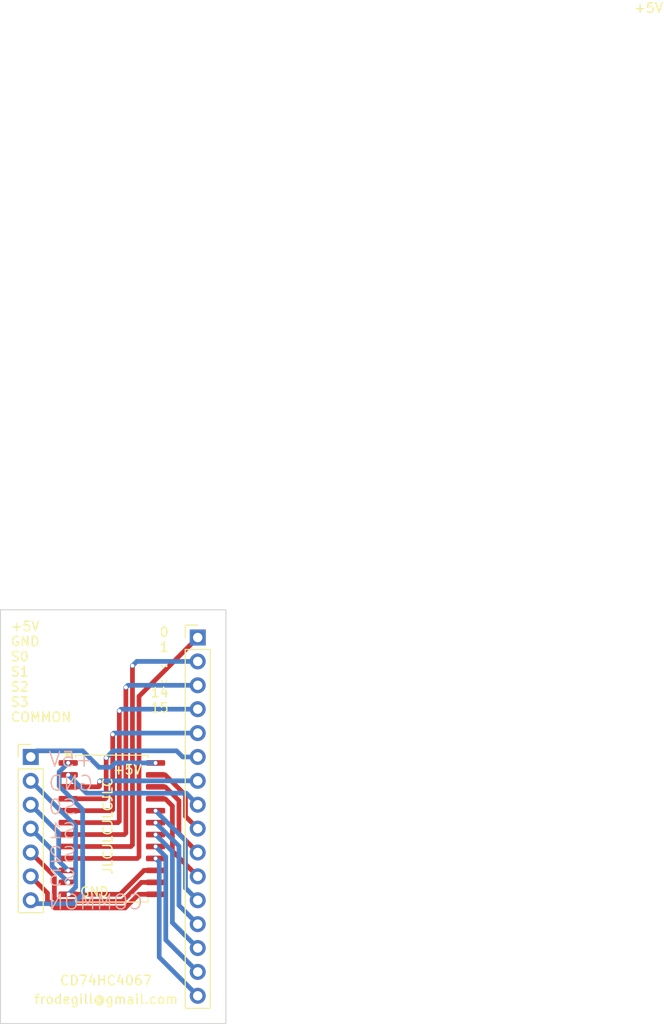
<source format=kicad_pcb>
(kicad_pcb (version 20240108) (generator "pcbnew") (generator_version "8.0")
  (layers (0 "F.Cu" signal) (31 "B.Cu" signal) (34 "B.Paste" user) (35 "F.Paste" user) (36 "B.SilkS" user "B.Silkscreen") (37 "F.SilkS" user "F.Silkscreen") (38 "B.Mask" user) (39 "F.Mask" user) (44 "Edge.Cuts" user))
  (net 0 "")
  (net 1 "+5V")
  (net 2 "Net-(J1-Pin_7)")
  (net 3 "Net-(J1-Pin_5)")
  (net 4 "Net-(J1-Pin_4)")
  (net 5 "Net-(J2-Pin_14)")
  (net 6 "Net-(J2-Pin_11)")
  (net 7 "Net-(J2-Pin_7)")
  (net 8 "Net-(J2-Pin_5)")
  (net 9 "Net-(J2-Pin_13)")
  (net 10 "Net-(J2-Pin_9)")
  (net 11 "Net-(J2-Pin_16)")
  (net 12 "Net-(J2-Pin_15)")
  (net 13 "Net-(J2-Pin_1)")
  (net 14 "Net-(J2-Pin_2)")
  (net 15 "Net-(J2-Pin_4)")
  (net 16 "Net-(J2-Pin_12)")
  (net 17 "Net-(J2-Pin_6)")
  (net 18 "Net-(J2-Pin_10)")
  (net 19 "Net-(J2-Pin_8)")
  (net 20 "GND")
  (net 21 "Net-(J2-Pin_3)")
  (net 22 "Net-(J1-Pin_3)")
  (net 23 "Net-(J1-Pin_6)")
  (footprint "Connector_PinHeader_2.54mm:PinHeader_1x16_P2.54mm_Vertical" (layer "F.Cu") (at 142 77.95)
    (property "Reference" "J2" (hide yes))
    (property "Value" "Conn_01x16_Pin" (hide yes))
    (fp_line (start -1.33 -1.33) (end 0 -1.33) (stroke (width 0.12)) (layer "F.SilkS"))
    (fp_line (start -1.33 0) (end -1.33 -1.33) (stroke (width 0.12)) (layer "F.SilkS"))
    (fp_line (start -1.33 1.27) (end -1.33 39.43) (stroke (width 0.12)) (layer "F.SilkS"))
    (fp_line (start -1.33 1.27) (end 1.33 1.27) (stroke (width 0.12)) (layer "F.SilkS"))
    (fp_line (start -1.33 39.43) (end 1.33 39.43) (stroke (width 0.12)) (layer "F.SilkS"))
    (fp_line (start 1.33 1.27) (end 1.33 39.43) (stroke (width 0.12)) (layer "F.SilkS"))
    (pad "1" thru_hole rect (at 0 0) (size 1.7 1.7) (drill 1) (layers "*.Cu" "*.Mask") (net 13 "Net-(J2-Pin_1)"))
    (pad "2" thru_hole oval (at 0 2.54) (size 1.7 1.7) (drill 1) (layers "*.Cu" "*.Mask") (net 14 "Net-(J2-Pin_2)"))
    (pad "3" thru_hole oval (at 0 5.08) (size 1.7 1.7) (drill 1) (layers "*.Cu" "*.Mask") (net 21 "Net-(J2-Pin_3)"))
    (pad "4" thru_hole oval (at 0 7.62) (size 1.7 1.7) (drill 1) (layers "*.Cu" "*.Mask") (net 15 "Net-(J2-Pin_4)"))
    (pad "5" thru_hole oval (at 0 10.16) (size 1.7 1.7) (drill 1) (layers "*.Cu" "*.Mask") (net 8 "Net-(J2-Pin_5)"))
    (pad "6" thru_hole oval (at 0 12.7) (size 1.7 1.7) (drill 1) (layers "*.Cu" "*.Mask") (net 17 "Net-(J2-Pin_6)"))
    (pad "7" thru_hole oval (at 0 15.24) (size 1.7 1.7) (drill 1) (layers "*.Cu" "*.Mask") (net 7 "Net-(J2-Pin_7)"))
    (pad "8" thru_hole oval (at 0 17.78) (size 1.7 1.7) (drill 1) (layers "*.Cu" "*.Mask") (net 19 "Net-(J2-Pin_8)"))
    (pad "9" thru_hole oval (at 0 20.32) (size 1.7 1.7) (drill 1) (layers "*.Cu" "*.Mask") (net 10 "Net-(J2-Pin_9)"))
    (pad "10" thru_hole oval (at 0 22.86) (size 1.7 1.7) (drill 1) (layers "*.Cu" "*.Mask") (net 18 "Net-(J2-Pin_10)"))
    (pad "11" thru_hole oval (at 0 25.4) (size 1.7 1.7) (drill 1) (layers "*.Cu" "*.Mask") (net 6 "Net-(J2-Pin_11)"))
    (pad "12" thru_hole oval (at 0 27.94) (size 1.7 1.7) (drill 1) (layers "*.Cu" "*.Mask") (net 16 "Net-(J2-Pin_12)"))
    (pad "13" thru_hole oval (at 0 30.48) (size 1.7 1.7) (drill 1) (layers "*.Cu" "*.Mask") (net 9 "Net-(J2-Pin_13)"))
    (pad "14" thru_hole oval (at 0 33.02) (size 1.7 1.7) (drill 1) (layers "*.Cu" "*.Mask") (net 5 "Net-(J2-Pin_14)"))
    (pad "15" thru_hole oval (at 0 35.56) (size 1.7 1.7) (drill 1) (layers "*.Cu" "*.Mask") (net 12 "Net-(J2-Pin_15)"))
    (pad "16" thru_hole oval (at 0 38.1) (size 1.7 1.7) (drill 1) (layers "*.Cu" "*.Mask") (net 11 "Net-(J2-Pin_16)"))
  )
  (footprint "Package_SO:SOIC-24W_7.5x15.4mm_P1.27mm" (layer "F.Cu") (at 132.86 98.27)
    (property "Reference" "U1" (hide yes))
    (property "Value" "CD74HC4067M" (hide yes))
    (fp_line (start -3.86 -7.81) (end -3.86 -7.545) (stroke (width 0.12)) (layer "F.SilkS"))
    (fp_line (start -3.86 7.81) (end -3.86 7.545) (stroke (width 0.12)) (layer "F.SilkS"))
    (fp_line (start 0 -7.81) (end -3.86 -7.81) (stroke (width 0.12)) (layer "F.SilkS"))
    (fp_line (start 0 -7.81) (end 3.86 -7.81) (stroke (width 0.12)) (layer "F.SilkS"))
    (fp_line (start 0 7.81) (end -3.86 7.81) (stroke (width 0.12)) (layer "F.SilkS"))
    (fp_line (start 0 7.81) (end 3.86 7.81) (stroke (width 0.12)) (layer "F.SilkS"))
    (fp_line (start 3.86 -7.81) (end 3.86 -7.545) (stroke (width 0.12)) (layer "F.SilkS"))
    (fp_line (start 3.86 7.81) (end 3.86 7.545) (stroke (width 0.12)) (layer "F.SilkS"))
    (fp_poly (pts (xy -4.7125 -7.545) (xy -5.0525 -8.015) (xy -4.3725 -8.015) (xy -4.7125 -7.545)) (stroke (width 0.12)) (fill solid) (layer "F.SilkS"))
    (pad "1" smd roundrect (at -4.65 -6.985) (size 2.05 0.6) (layers "F.Cu" "F.Paste" "F.Mask") (net 2 "Net-(J1-Pin_7)"))
    (pad "2" smd roundrect (at -4.65 -5.715) (size 2.05 0.6) (layers "F.Cu" "F.Paste" "F.Mask") (net 19 "Net-(J2-Pin_8)"))
    (pad "3" smd roundrect (at -4.65 -4.445) (size 2.05 0.6) (layers "F.Cu" "F.Paste" "F.Mask") (net 7 "Net-(J2-Pin_7)"))
    (pad "4" smd roundrect (at -4.65 -3.175) (size 2.05 0.6) (layers "F.Cu" "F.Paste" "F.Mask") (net 17 "Net-(J2-Pin_6)"))
    (pad "5" smd roundrect (at -4.65 -1.905) (size 2.05 0.6) (layers "F.Cu" "F.Paste" "F.Mask") (net 8 "Net-(J2-Pin_5)"))
    (pad "6" smd roundrect (at -4.65 -0.635) (size 2.05 0.6) (layers "F.Cu" "F.Paste" "F.Mask") (net 15 "Net-(J2-Pin_4)"))
    (pad "7" smd roundrect (at -4.65 0.635) (size 2.05 0.6) (layers "F.Cu" "F.Paste" "F.Mask") (net 21 "Net-(J2-Pin_3)"))
    (pad "8" smd roundrect (at -4.65 1.905) (size 2.05 0.6) (layers "F.Cu" "F.Paste" "F.Mask") (net 14 "Net-(J2-Pin_2)"))
    (pad "9" smd roundrect (at -4.65 3.175) (size 2.05 0.6) (layers "F.Cu" "F.Paste" "F.Mask") (net 13 "Net-(J2-Pin_1)"))
    (pad "10" smd roundrect (at -4.65 4.445) (size 2.05 0.6) (layers "F.Cu" "F.Paste" "F.Mask") (net 22 "Net-(J1-Pin_3)"))
    (pad "11" smd roundrect (at -4.65 5.715) (size 2.05 0.6) (layers "F.Cu" "F.Paste" "F.Mask") (net 4 "Net-(J1-Pin_4)"))
    (pad "12" smd roundrect (at -4.65 6.985) (size 2.05 0.6) (layers "F.Cu" "F.Paste" "F.Mask") (net 20 "GND"))
    (pad "13" smd roundrect (at 4.65 6.985) (size 2.05 0.6) (layers "F.Cu" "F.Paste" "F.Mask") (net 23 "Net-(J1-Pin_6)"))
    (pad "14" smd roundrect (at 4.65 5.715) (size 2.05 0.6) (layers "F.Cu" "F.Paste" "F.Mask") (net 3 "Net-(J1-Pin_5)"))
    (pad "15" smd roundrect (at 4.65 4.445) (size 2.05 0.6) (layers "F.Cu" "F.Paste" "F.Mask") (net 20 "GND"))
    (pad "16" smd roundrect (at 4.65 3.175) (size 2.05 0.6) (layers "F.Cu" "F.Paste" "F.Mask") (net 11 "Net-(J2-Pin_16)"))
    (pad "17" smd roundrect (at 4.65 1.905) (size 2.05 0.6) (layers "F.Cu" "F.Paste" "F.Mask") (net 12 "Net-(J2-Pin_15)"))
    (pad "18" smd roundrect (at 4.65 0.635) (size 2.05 0.6) (layers "F.Cu" "F.Paste" "F.Mask") (net 5 "Net-(J2-Pin_14)"))
    (pad "19" smd roundrect (at 4.65 -0.635) (size 2.05 0.6) (layers "F.Cu" "F.Paste" "F.Mask") (net 9 "Net-(J2-Pin_13)"))
    (pad "20" smd roundrect (at 4.65 -1.905) (size 2.05 0.6) (layers "F.Cu" "F.Paste" "F.Mask") (net 16 "Net-(J2-Pin_12)"))
    (pad "21" smd roundrect (at 4.65 -3.175) (size 2.05 0.6) (layers "F.Cu" "F.Paste" "F.Mask") (net 6 "Net-(J2-Pin_11)"))
    (pad "22" smd roundrect (at 4.65 -4.445) (size 2.05 0.6) (layers "F.Cu" "F.Paste" "F.Mask") (net 18 "Net-(J2-Pin_10)"))
    (pad "23" smd roundrect (at 4.65 -5.715) (size 2.05 0.6) (layers "F.Cu" "F.Paste" "F.Mask") (net 10 "Net-(J2-Pin_9)"))
    (pad "24" smd roundrect (at 4.65 -6.985) (size 2.05 0.6) (layers "F.Cu" "F.Paste" "F.Mask") (net 1 "+5V"))
  )
  (footprint "Connector_PinHeader_2.54mm:PinHeader_1x07_P2.54mm_Vertical" (layer "F.Cu") (at 124.22 90.65)
    (property "Reference" "J1" (hide yes))
    (property "Value" "Conn_01x07_Pin" (hide yes))
    (fp_line (start -1.33 -1.33) (end 0 -1.33) (stroke (width 0.12)) (layer "F.SilkS"))
    (fp_line (start -1.33 0) (end -1.33 -1.33) (stroke (width 0.12)) (layer "F.SilkS"))
    (fp_line (start -1.33 1.27) (end -1.33 16.57) (stroke (width 0.12)) (layer "F.SilkS"))
    (fp_line (start -1.33 1.27) (end 1.33 1.27) (stroke (width 0.12)) (layer "F.SilkS"))
    (fp_line (start -1.33 16.57) (end 1.33 16.57) (stroke (width 0.12)) (layer "F.SilkS"))
    (fp_line (start 1.33 1.27) (end 1.33 16.57) (stroke (width 0.12)) (layer "F.SilkS"))
    (pad "1" thru_hole rect (at 0 0) (size 1.7 1.7) (drill 1) (layers "*.Cu" "*.Mask") (net 1 "+5V"))
    (pad "2" thru_hole oval (at 0 2.54) (size 1.7 1.7) (drill 1) (layers "*.Cu" "*.Mask") (net 20 "GND"))
    (pad "3" thru_hole oval (at 0 5.08) (size 1.7 1.7) (drill 1) (layers "*.Cu" "*.Mask") (net 22 "Net-(J1-Pin_3)"))
    (pad "4" thru_hole oval (at 0 7.62) (size 1.7 1.7) (drill 1) (layers "*.Cu" "*.Mask") (net 4 "Net-(J1-Pin_4)"))
    (pad "5" thru_hole oval (at 0 10.16) (size 1.7 1.7) (drill 1) (layers "*.Cu" "*.Mask") (net 3 "Net-(J1-Pin_5)"))
    (pad "6" thru_hole oval (at 0 12.7) (size 1.7 1.7) (drill 1) (layers "*.Cu" "*.Mask") (net 23 "Net-(J1-Pin_6)"))
    (pad "7" thru_hole oval (at 0 15.24) (size 1.7 1.7) (drill 1) (layers "*.Cu" "*.Mask") (net 2 "Net-(J1-Pin_7)"))
  )
  (gr_line (start 145 119) (end 121 119) (stroke (width 0.1)) (layer "Edge.Cuts"))
  (gr_line (start 145 75) (end 145 119) (stroke (width 0.1)) (layer "Edge.Cuts"))
  (gr_line (start 121 75) (end 145 75) (stroke (width 0.1)) (layer "Edge.Cuts"))
  (gr_line (start 121 119) (end 121 75) (stroke (width 0.1)) (layer "Edge.Cuts"))
  (gr_text "+5V\nGND\nS0\nS1\nS2\nS3\nCOMMON" (at 126 107 0) (layer "B.SilkS") (effects (font (size 1.57 1.57)) (justify right bottom mirror)))
  (gr_text "+5V" (at 190 11 0) (layer "F.SilkS") (effects (font (size 1 1))))
  (gr_text "JLCJLCJLCJLC" (at 133 103.25 90) (layer "F.SilkS") (effects (font (size 1 1)) (justify left bottom)))
  (gr_text "GND" (at 131 105 0) (layer "F.SilkS") (effects (font (size 1 1))))
  (gr_text "+5V" (at 134.5 92 0) (layer "F.SilkS") (effects (font (size 1 1))))
  (gr_text "+5V\nGND\nS0\nS1\nS2\nS3\nCOMMON" (at 122 87 0) (layer "F.SilkS") (effects (font (size 1 1)) (justify left bottom)))
  (gr_text "0\n1\n..\n..\n14\n15" (at 139 86 0) (layer "F.SilkS") (effects (font (size 1 1)) (justify right bottom)))
  (gr_text "frodegill@gmail.com" (at 124.5 117 0) (layer "F.SilkS") (effects (font (size 1 1)) (justify left bottom)))
  (gr_text "CD74HC4067" (at 127.25 115 0) (layer "F.SilkS") (effects (font (size 1 1)) (justify left bottom)))
  (via (at 137.51 91.285) (size 0.5) (drill 0.4) (layers "F.Cu" "B.Cu") (net 1))
  (segment (start 131.5 91.75) (end 129.75 90) (width 0.5) (layer "B.Cu") (net 1))
  (segment (start 133.215 91.285) (end 132.75 91.75) (width 0.5) (layer "B.Cu") (net 1))
  (segment (start 137.51 91.285) (end 133.215 91.285) (width 0.5) (layer "B.Cu") (net 1))
  (segment (start 129.75 90) (end 124.87 90) (width 0.5) (layer "B.Cu") (net 1))
  (segment (start 132.75 91.75) (end 131.5 91.75) (width 0.5) (layer "B.Cu") (net 1))
  (segment (start 124.87 90) (end 124.22 90.65) (width 0.5) (layer "B.Cu") (net 1))
  (via (at 128.21 91.285) (size 0.5) (drill 0.4) (layers "F.Cu" "B.Cu") (net 2))
  (segment (start 124.58 106.25) (end 128.75 106.25) (width 0.5) (layer "B.Cu") (net 2))
  (segment (start 124.22 105.89) (end 124.58 106.25) (width 0.5) (layer "B.Cu") (net 2))
  (segment (start 129.75 96.25) (end 127.25 93.75) (width 0.5) (layer "B.Cu") (net 2))
  (segment (start 127.25 92.245) (end 128.21 91.285) (width 0.5) (layer "B.Cu") (net 2))
  (segment (start 127.25 93.75) (end 127.25 92.245) (width 0.5) (layer "B.Cu") (net 2))
  (segment (start 128.75 106.25) (end 129.75 105.25) (width 0.5) (layer "B.Cu") (net 2))
  (segment (start 129.75 105.25) (end 129.75 96.25) (width 0.5) (layer "B.Cu") (net 2))
  (segment (start 127.082316 106.005) (end 126.735 105.657684) (width 0.5) (layer "F.Cu") (net 3))
  (segment (start 126.735 105.657684) (end 126.735 103.325) (width 0.5) (layer "F.Cu") (net 3))
  (segment (start 133.98495 106.005) (end 127.082316 106.005) (width 0.5) (layer "F.Cu") (net 3))
  (segment (start 137.51 103.985) (end 136.00495 103.985) (width 0.5) (layer "F.Cu") (net 3))
  (segment (start 126.735 103.325) (end 124.22 100.81) (width 0.5) (layer "F.Cu") (net 3))
  (segment (start 136.00495 103.985) (end 133.98495 106.005) (width 0.5) (layer "F.Cu") (net 3))
  (via (at 128.21 103.985) (size 0.5) (drill 0.4) (layers "F.Cu" "B.Cu") (net 4))
  (segment (start 128.21 103.985) (end 126.5 102.275) (width 0.5) (layer "B.Cu") (net 4))
  (segment (start 126.5 102.275) (end 126.5 100.55) (width 0.5) (layer "B.Cu") (net 4))
  (segment (start 126.5 100.55) (end 124.22 98.27) (width 0.5) (layer "B.Cu") (net 4))
  (via (at 137.51 98.905) (size 0.5) (drill 0.4) (layers "F.Cu" "B.Cu") (net 5))
  (segment (start 139.3 108.27) (end 142 110.97) (width 0.5) (layer "B.Cu") (net 5))
  (segment (start 137.51 98.905) (end 139.3 100.695) (width 0.5) (layer "B.Cu") (net 5))
  (segment (start 139.3 100.695) (end 139.3 108.27) (width 0.5) (layer "B.Cu") (net 5))
  (segment (start 139.3 95.860001) (end 139.3 100.65) (width 0.5) (layer "F.Cu") (net 6))
  (segment (start 137.51 95.095) (end 138.534999 95.095) (width 0.5) (layer "F.Cu") (net 6))
  (segment (start 138.534999 95.095) (end 139.3 95.860001) (width 0.5) (layer "F.Cu") (net 6))
  (segment (start 139.3 100.65) (end 142 103.35) (width 0.5) (layer "F.Cu") (net 6))
  (segment (start 128.21 93.825) (end 131.475 93.825) (width 0.5) (layer "F.Cu") (net 7))
  (segment (start 131.475 93.825) (end 131.55 93.75) (width 0.5) (layer "F.Cu") (net 7))
  (segment (start 131.55 93.75) (end 131.55 93.25) (width 0.5) (layer "F.Cu") (net 7))
  (via (at 131.55 93.25) (size 0.5) (drill 0.4) (layers "F.Cu" "B.Cu") (net 7))
  (segment (start 131.55 93.25) (end 131.61 93.19) (width 0.5) (layer "B.Cu") (net 7))
  (segment (start 131.61 93.19) (end 142 93.19) (width 0.5) (layer "B.Cu") (net 7))
  (segment (start 128.21 96.365) (end 132.835 96.365) (width 0.5) (layer "F.Cu") (net 8))
  (segment (start 132.835 96.365) (end 132.95 96.25) (width 0.5) (layer "F.Cu") (net 8))
  (segment (start 132.95 96.25) (end 132.95 88.25) (width 0.5) (layer "F.Cu") (net 8))
  (via (at 132.95 88.25) (size 0.5) (drill 0.4) (layers "F.Cu" "B.Cu") (net 8))
  (segment (start 133.09 88.11) (end 142 88.11) (width 0.5) (layer "B.Cu") (net 8))
  (segment (start 132.95 88.25) (end 133.09 88.11) (width 0.5) (layer "B.Cu") (net 8))
  (via (at 137.51 97.635) (size 0.5) (drill 0.4) (layers "F.Cu" "B.Cu") (net 9))
  (segment (start 137.51 97.635) (end 140 100.125) (width 0.5) (layer "B.Cu") (net 9))
  (segment (start 140 100.125) (end 140 106.43) (width 0.5) (layer "B.Cu") (net 9))
  (segment (start 140 106.43) (end 142 108.43) (width 0.5) (layer "B.Cu") (net 9))
  (segment (start 140.7 94.720001) (end 140.7 96.97) (width 0.5) (layer "F.Cu") (net 10))
  (segment (start 140.7 96.97) (end 142 98.27) (width 0.5) (layer "F.Cu") (net 10))
  (segment (start 137.51 92.555) (end 138.534999 92.555) (width 0.5) (layer "F.Cu") (net 10))
  (segment (start 138.534999 92.555) (end 140.7 94.720001) (width 0.5) (layer "F.Cu") (net 10))
  (via (at 137.51 101.445) (size 0.5) (drill 0.4) (layers "F.Cu" "B.Cu") (net 11))
  (segment (start 137.9 111.95) (end 142 116.05) (width 0.5) (layer "B.Cu") (net 11))
  (segment (start 137.9 101.835) (end 137.9 111.95) (width 0.5) (layer "B.Cu") (net 11))
  (segment (start 137.51 101.445) (end 137.9 101.835) (width 0.5) (layer "B.Cu") (net 11))
  (via (at 137.51 100.175) (size 0.5) (drill 0.4) (layers "F.Cu" "B.Cu") (net 12))
  (segment (start 138.6 101.265) (end 138.6 110.11) (width 0.5) (layer "B.Cu") (net 12))
  (segment (start 138.6 110.11) (end 142 113.51) (width 0.5) (layer "B.Cu") (net 12))
  (segment (start 137.51 100.175) (end 138.6 101.265) (width 0.5) (layer "B.Cu") (net 12))
  (segment (start 128.21 101.445) (end 135.555 101.445) (width 0.5) (layer "F.Cu") (net 13))
  (segment (start 135.75 101.25) (end 135.75 84.2) (width 0.5) (layer "F.Cu") (net 13))
  (segment (start 135.555 101.445) (end 135.75 101.25) (width 0.5) (layer "F.Cu") (net 13))
  (segment (start 135.75 84.2) (end 142 77.95) (width 0.5) (layer "F.Cu") (net 13))
  (segment (start 128.21 100.175) (end 134.875 100.175) (width 0.5) (layer "F.Cu") (net 14))
  (segment (start 134.875 100.175) (end 135.05 100) (width 0.5) (layer "F.Cu") (net 14))
  (segment (start 135.05 100) (end 135.05 80.95) (width 0.5) (layer "F.Cu") (net 14))
  (via (at 135.05 80.95) (size 0.5) (drill 0.4) (layers "F.Cu" "B.Cu") (net 14))
  (segment (start 135.05 80.95) (end 135.51 80.49) (width 0.5) (layer "B.Cu") (net 14))
  (segment (start 135.51 80.49) (end 142 80.49) (width 0.5) (layer "B.Cu") (net 14))
  (segment (start 128.21 97.635) (end 133.515 97.635) (width 0.5) (layer "F.Cu") (net 15))
  (segment (start 133.515 97.635) (end 133.65 97.5) (width 0.5) (layer "F.Cu") (net 15))
  (segment (start 133.65 97.5) (end 133.65 85.75) (width 0.5) (layer "F.Cu") (net 15))
  (via (at 133.65 85.75) (size 0.5) (drill 0.4) (layers "F.Cu" "B.Cu") (net 15))
  (segment (start 133.83 85.57) (end 142 85.57) (width 0.5) (layer "B.Cu") (net 15))
  (segment (start 133.65 85.75) (end 133.83 85.57) (width 0.5) (layer "B.Cu") (net 15))
  (via (at 137.51 96.365) (size 0.5) (drill 0.4) (layers "F.Cu" "B.Cu") (net 16))
  (segment (start 140.7 99.555) (end 140.7 104.59) (width 0.5) (layer "B.Cu") (net 16))
  (segment (start 137.51 96.365) (end 140.7 99.555) (width 0.5) (layer "B.Cu") (net 16))
  (segment (start 140.7 104.59) (end 142 105.89) (width 0.5) (layer "B.Cu") (net 16))
  (segment (start 132.155 95.095) (end 132.25 95) (width 0.5) (layer "F.Cu") (net 17))
  (segment (start 132.25 95) (end 132.25 90.75) (width 0.5) (layer "F.Cu") (net 17))
  (segment (start 128.21 95.095) (end 132.155 95.095) (width 0.5) (layer "F.Cu") (net 17))
  (via (at 132.25 90.75) (size 0.5) (drill 0.4) (layers "F.Cu" "B.Cu") (net 17))
  (segment (start 139.75 90) (end 140.4 90.65) (width 0.5) (layer "B.Cu") (net 17))
  (segment (start 132.25 90.75) (end 133 90) (width 0.5) (layer "B.Cu") (net 17))
  (segment (start 140.4 90.65) (end 142 90.65) (width 0.5) (layer "B.Cu") (net 17))
  (segment (start 133 90) (end 139.75 90) (width 0.5) (layer "B.Cu") (net 17))
  (segment (start 138.534999 93.825) (end 140 95.290001) (width 0.5) (layer "F.Cu") (net 18))
  (segment (start 140 98.81) (end 142 100.81) (width 0.5) (layer "F.Cu") (net 18))
  (segment (start 140 95.290001) (end 140 98.81) (width 0.5) (layer "F.Cu") (net 18))
  (segment (start 137.51 93.825) (end 138.534999 93.825) (width 0.5) (layer "F.Cu") (net 18))
  (via (at 128.21 92.555) (size 0.5) (drill 0.4) (layers "F.Cu" "B.Cu") (net 19))
  (segment (start 128.21 92.555) (end 130.155 94.5) (width 0.5) (layer "B.Cu") (net 19))
  (segment (start 130.155 94.5) (end 140.77 94.5) (width 0.5) (layer "B.Cu") (net 19))
  (segment (start 140.77 94.5) (end 142 95.73) (width 0.5) (layer "B.Cu") (net 19))
  (segment (start 137.51 102.715) (end 136.285 102.715) (width 0.5) (layer "F.Cu") (net 20))
  (segment (start 133.745 105.255) (end 128.25 105.255) (width 0.5) (layer "F.Cu") (net 20))
  (segment (start 128.25 105.255) (end 128.21 105.255) (width 0.5) (layer "F.Cu") (net 20))
  (segment (start 136.285 102.715) (end 133.745 105.255) (width 0.5) (layer "F.Cu") (net 20))
  (via (at 128.25 105.255) (size 0.5) (drill 0.4) (layers "F.Cu" "B.Cu") (net 20))
  (segment (start 128.25 105.25) (end 129 104.5) (width 0.5) (layer "B.Cu") (net 20))
  (segment (start 128.25 105.255) (end 128.25 105.25) (width 0.5) (layer "B.Cu") (net 20))
  (segment (start 129 97.97) (end 124.22 93.19) (width 0.5) (layer "B.Cu") (net 20))
  (segment (start 129 104.5) (end 129 97.97) (width 0.5) (layer "B.Cu") (net 20))
  (segment (start 134.195 98.905) (end 134.35 98.75) (width 0.5) (layer "F.Cu") (net 21))
  (segment (start 128.21 98.905) (end 134.195 98.905) (width 0.5) (layer "F.Cu") (net 21))
  (segment (start 134.35 98.75) (end 134.35 83.25) (width 0.5) (layer "F.Cu") (net 21))
  (via (at 134.35 83.25) (size 0.5) (drill 0.4) (layers "F.Cu" "B.Cu") (net 21))
  (segment (start 134.57 83.03) (end 142 83.03) (width 0.5) (layer "B.Cu") (net 21))
  (segment (start 134.35 83.25) (end 134.57 83.03) (width 0.5) (layer "B.Cu") (net 21))
  (via (at 128.21 102.715) (size 0.5) (drill 0.4) (layers "F.Cu" "B.Cu") (net 22))
  (segment (start 127.2 101.705) (end 127.2 98.71) (width 0.5) (layer "B.Cu") (net 22))
  (segment (start 128.21 102.715) (end 127.2 101.705) (width 0.5) (layer "B.Cu") (net 22))
  (segment (start 127.2 98.71) (end 124.22 95.73) (width 0.5) (layer "B.Cu") (net 22))
  (segment (start 126 105.912634) (end 126 105.13) (width 0.5) (layer "F.Cu") (net 23))
  (segment (start 135.7249 105.255) (end 134.2749 106.705) (width 0.5) (layer "F.Cu") (net 23))
  (segment (start 126.792366 106.705) (end 126 105.912634) (width 0.5) (layer "F.Cu") (net 23))
  (segment (start 134.2749 106.705) (end 126.792366 106.705) (width 0.5) (layer "F.Cu") (net 23))
  (segment (start 126 105.13) (end 124.22 103.35) (width 0.5) (layer "F.Cu") (net 23))
  (segment (start 137.51 105.255) (end 135.7249 105.255) (width 0.5) (layer "F.Cu") (net 23))
)
</source>
